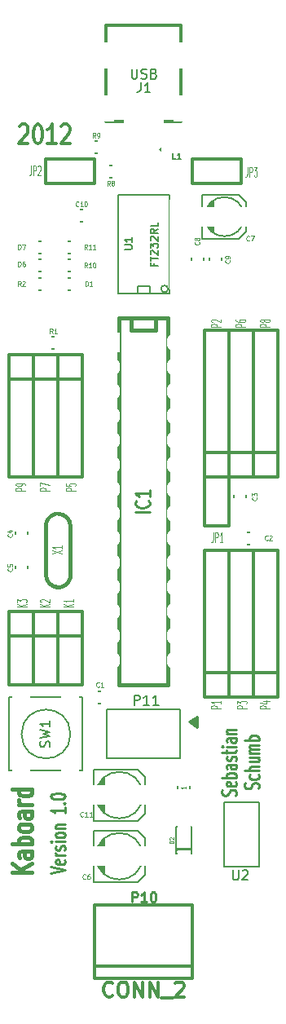
<source format=gto>
G04 (created by PCBNEW (2012-12-10 BZR 3844)-stable) date Tue 18 Dec 2012 09:21:11 AM CET*
%MOIN*%
G04 Gerber Fmt 3.4, Leading zero omitted, Abs format*
%FSLAX34Y34*%
G01*
G70*
G90*
G04 APERTURE LIST*
%ADD10C,0.006*%
%ADD11C,0.012*%
%ADD12C,0.0099*%
%ADD13C,0.015*%
%ADD14C,0.005*%
%ADD15C,0.008*%
%ADD16C,0.0049*%
%ADD17C,0.0079*%
%ADD18C,0.0045*%
%ADD19C,0.0113*%
%ADD20C,0.0039*%
%ADD21C,0.0077*%
%ADD22C,0.0078*%
%ADD23C,0.0047*%
%ADD24C,0.01*%
%ADD25C,0.076*%
%ADD26R,0.0909X0.0712*%
%ADD27R,0.0909X0.1696*%
%ADD28R,0.075X0.075*%
%ADD29C,0.075*%
%ADD30R,0.07X0.036*%
%ADD31R,0.055X0.075*%
%ADD32R,0.045X0.065*%
%ADD33R,0.065X0.045*%
%ADD34O,0.11X0.082*%
%ADD35R,0.11X0.082*%
%ADD36R,0.12X0.12*%
%ADD37C,0.12*%
%ADD38R,0.0535X0.0535*%
%ADD39C,0.2562*%
%ADD40R,0.1065X0.1065*%
%ADD41R,0.0396X0.1065*%
%ADD42C,0.0554*%
%ADD43R,0.08X0.08*%
%ADD44C,0.08*%
%ADD45R,0.1381X0.083*%
%ADD46R,0.1224X0.083*%
G04 APERTURE END LIST*
G54D10*
G54D11*
X922Y-4150D02*
X951Y-4112D01*
X1008Y-4074D01*
X1151Y-4074D01*
X1208Y-4112D01*
X1237Y-4150D01*
X1265Y-4226D01*
X1265Y-4302D01*
X1237Y-4417D01*
X894Y-4874D01*
X1265Y-4874D01*
X1636Y-4074D02*
X1693Y-4074D01*
X1750Y-4112D01*
X1779Y-4150D01*
X1808Y-4226D01*
X1836Y-4379D01*
X1836Y-4569D01*
X1808Y-4721D01*
X1779Y-4798D01*
X1750Y-4836D01*
X1693Y-4874D01*
X1636Y-4874D01*
X1579Y-4836D01*
X1550Y-4798D01*
X1522Y-4721D01*
X1493Y-4569D01*
X1493Y-4379D01*
X1522Y-4226D01*
X1550Y-4150D01*
X1579Y-4112D01*
X1636Y-4074D01*
X2407Y-4874D02*
X2064Y-4874D01*
X2236Y-4874D02*
X2236Y-4074D01*
X2179Y-4188D01*
X2121Y-4264D01*
X2064Y-4302D01*
X2635Y-4150D02*
X2664Y-4112D01*
X2721Y-4074D01*
X2864Y-4074D01*
X2921Y-4112D01*
X2950Y-4150D01*
X2978Y-4226D01*
X2978Y-4302D01*
X2950Y-4417D01*
X2607Y-4874D01*
X2978Y-4874D01*
G54D12*
X9761Y-31509D02*
X9789Y-31453D01*
X9789Y-31359D01*
X9761Y-31321D01*
X9732Y-31303D01*
X9676Y-31284D01*
X9620Y-31284D01*
X9564Y-31303D01*
X9535Y-31321D01*
X9507Y-31359D01*
X9479Y-31434D01*
X9451Y-31471D01*
X9423Y-31490D01*
X9367Y-31509D01*
X9310Y-31509D01*
X9254Y-31490D01*
X9226Y-31471D01*
X9198Y-31434D01*
X9198Y-31340D01*
X9226Y-31284D01*
X9761Y-30965D02*
X9789Y-31003D01*
X9789Y-31078D01*
X9761Y-31115D01*
X9704Y-31134D01*
X9479Y-31134D01*
X9423Y-31115D01*
X9395Y-31078D01*
X9395Y-31003D01*
X9423Y-30965D01*
X9479Y-30946D01*
X9535Y-30946D01*
X9592Y-31134D01*
X9789Y-30777D02*
X9198Y-30777D01*
X9423Y-30777D02*
X9395Y-30740D01*
X9395Y-30665D01*
X9423Y-30627D01*
X9451Y-30608D01*
X9507Y-30590D01*
X9676Y-30590D01*
X9732Y-30608D01*
X9761Y-30627D01*
X9789Y-30665D01*
X9789Y-30740D01*
X9761Y-30777D01*
X9789Y-30252D02*
X9479Y-30252D01*
X9423Y-30271D01*
X9395Y-30309D01*
X9395Y-30384D01*
X9423Y-30421D01*
X9761Y-30252D02*
X9789Y-30290D01*
X9789Y-30384D01*
X9761Y-30421D01*
X9704Y-30440D01*
X9648Y-30440D01*
X9592Y-30421D01*
X9564Y-30384D01*
X9564Y-30290D01*
X9535Y-30252D01*
X9761Y-30084D02*
X9789Y-30046D01*
X9789Y-29971D01*
X9761Y-29934D01*
X9704Y-29915D01*
X9676Y-29915D01*
X9620Y-29934D01*
X9592Y-29971D01*
X9592Y-30028D01*
X9564Y-30065D01*
X9507Y-30084D01*
X9479Y-30084D01*
X9423Y-30065D01*
X9395Y-30028D01*
X9395Y-29971D01*
X9423Y-29934D01*
X9395Y-29802D02*
X9395Y-29652D01*
X9198Y-29746D02*
X9704Y-29746D01*
X9761Y-29727D01*
X9789Y-29690D01*
X9789Y-29652D01*
X9789Y-29521D02*
X9395Y-29521D01*
X9198Y-29521D02*
X9226Y-29540D01*
X9254Y-29521D01*
X9226Y-29502D01*
X9198Y-29521D01*
X9254Y-29521D01*
X9789Y-29164D02*
X9479Y-29164D01*
X9423Y-29183D01*
X9395Y-29221D01*
X9395Y-29296D01*
X9423Y-29333D01*
X9761Y-29164D02*
X9789Y-29202D01*
X9789Y-29296D01*
X9761Y-29333D01*
X9704Y-29352D01*
X9648Y-29352D01*
X9592Y-29333D01*
X9564Y-29296D01*
X9564Y-29202D01*
X9535Y-29164D01*
X9395Y-28977D02*
X9789Y-28977D01*
X9451Y-28977D02*
X9423Y-28958D01*
X9395Y-28921D01*
X9395Y-28865D01*
X9423Y-28827D01*
X9479Y-28808D01*
X9789Y-28808D01*
X10687Y-31228D02*
X10715Y-31172D01*
X10715Y-31078D01*
X10687Y-31040D01*
X10658Y-31022D01*
X10602Y-31003D01*
X10546Y-31003D01*
X10490Y-31022D01*
X10461Y-31040D01*
X10433Y-31078D01*
X10405Y-31153D01*
X10377Y-31190D01*
X10349Y-31209D01*
X10293Y-31228D01*
X10236Y-31228D01*
X10180Y-31209D01*
X10152Y-31190D01*
X10124Y-31153D01*
X10124Y-31059D01*
X10152Y-31003D01*
X10687Y-30665D02*
X10715Y-30703D01*
X10715Y-30778D01*
X10687Y-30815D01*
X10658Y-30834D01*
X10602Y-30853D01*
X10433Y-30853D01*
X10377Y-30834D01*
X10349Y-30815D01*
X10321Y-30778D01*
X10321Y-30703D01*
X10349Y-30665D01*
X10715Y-30496D02*
X10124Y-30496D01*
X10715Y-30327D02*
X10405Y-30327D01*
X10349Y-30346D01*
X10321Y-30384D01*
X10321Y-30440D01*
X10349Y-30477D01*
X10377Y-30496D01*
X10321Y-29971D02*
X10715Y-29971D01*
X10321Y-30140D02*
X10630Y-30140D01*
X10687Y-30121D01*
X10715Y-30084D01*
X10715Y-30028D01*
X10687Y-29990D01*
X10658Y-29971D01*
X10715Y-29784D02*
X10321Y-29784D01*
X10377Y-29784D02*
X10349Y-29765D01*
X10321Y-29728D01*
X10321Y-29672D01*
X10349Y-29634D01*
X10405Y-29615D01*
X10715Y-29615D01*
X10405Y-29615D02*
X10349Y-29597D01*
X10321Y-29559D01*
X10321Y-29503D01*
X10349Y-29465D01*
X10405Y-29446D01*
X10715Y-29446D01*
X10715Y-29259D02*
X10124Y-29259D01*
X10349Y-29259D02*
X10321Y-29222D01*
X10321Y-29147D01*
X10349Y-29109D01*
X10377Y-29090D01*
X10433Y-29072D01*
X10602Y-29072D01*
X10658Y-29090D01*
X10687Y-29109D01*
X10715Y-29147D01*
X10715Y-29222D01*
X10687Y-29259D01*
X2198Y-34700D02*
X2789Y-34569D01*
X2198Y-34438D01*
X2761Y-34156D02*
X2789Y-34194D01*
X2789Y-34269D01*
X2761Y-34306D01*
X2704Y-34325D01*
X2479Y-34325D01*
X2423Y-34306D01*
X2395Y-34269D01*
X2395Y-34194D01*
X2423Y-34156D01*
X2479Y-34137D01*
X2535Y-34137D01*
X2592Y-34325D01*
X2789Y-33968D02*
X2395Y-33968D01*
X2507Y-33968D02*
X2451Y-33949D01*
X2423Y-33931D01*
X2395Y-33893D01*
X2395Y-33856D01*
X2761Y-33743D02*
X2789Y-33705D01*
X2789Y-33630D01*
X2761Y-33593D01*
X2704Y-33574D01*
X2676Y-33574D01*
X2620Y-33593D01*
X2592Y-33630D01*
X2592Y-33687D01*
X2564Y-33724D01*
X2507Y-33743D01*
X2479Y-33743D01*
X2423Y-33724D01*
X2395Y-33687D01*
X2395Y-33630D01*
X2423Y-33593D01*
X2789Y-33405D02*
X2395Y-33405D01*
X2198Y-33405D02*
X2226Y-33424D01*
X2254Y-33405D01*
X2226Y-33386D01*
X2198Y-33405D01*
X2254Y-33405D01*
X2789Y-33161D02*
X2761Y-33198D01*
X2732Y-33217D01*
X2676Y-33236D01*
X2507Y-33236D01*
X2451Y-33217D01*
X2423Y-33198D01*
X2395Y-33161D01*
X2395Y-33105D01*
X2423Y-33067D01*
X2451Y-33048D01*
X2507Y-33030D01*
X2676Y-33030D01*
X2732Y-33048D01*
X2761Y-33067D01*
X2789Y-33105D01*
X2789Y-33161D01*
X2395Y-32861D02*
X2789Y-32861D01*
X2451Y-32861D02*
X2423Y-32842D01*
X2395Y-32805D01*
X2395Y-32749D01*
X2423Y-32711D01*
X2479Y-32692D01*
X2789Y-32692D01*
X2789Y-31999D02*
X2789Y-32224D01*
X2789Y-32111D02*
X2198Y-32111D01*
X2282Y-32149D01*
X2338Y-32186D01*
X2367Y-32224D01*
X2732Y-31830D02*
X2761Y-31811D01*
X2789Y-31830D01*
X2761Y-31849D01*
X2732Y-31830D01*
X2789Y-31830D01*
X2198Y-31567D02*
X2198Y-31530D01*
X2226Y-31492D01*
X2254Y-31473D01*
X2310Y-31455D01*
X2423Y-31436D01*
X2564Y-31436D01*
X2676Y-31455D01*
X2732Y-31473D01*
X2761Y-31492D01*
X2789Y-31530D01*
X2789Y-31567D01*
X2761Y-31605D01*
X2732Y-31623D01*
X2676Y-31642D01*
X2564Y-31661D01*
X2423Y-31661D01*
X2310Y-31642D01*
X2254Y-31623D01*
X2226Y-31605D01*
X2198Y-31567D01*
G54D13*
X1424Y-34650D02*
X624Y-34650D01*
X1424Y-34307D02*
X967Y-34564D01*
X624Y-34307D02*
X1081Y-34650D01*
X1424Y-33793D02*
X1005Y-33793D01*
X929Y-33822D01*
X890Y-33879D01*
X890Y-33993D01*
X929Y-34050D01*
X1386Y-33793D02*
X1424Y-33850D01*
X1424Y-33993D01*
X1386Y-34050D01*
X1310Y-34079D01*
X1233Y-34079D01*
X1157Y-34050D01*
X1119Y-33993D01*
X1119Y-33850D01*
X1081Y-33793D01*
X1424Y-33507D02*
X624Y-33507D01*
X929Y-33507D02*
X890Y-33450D01*
X890Y-33336D01*
X929Y-33279D01*
X967Y-33250D01*
X1043Y-33221D01*
X1271Y-33221D01*
X1348Y-33250D01*
X1386Y-33279D01*
X1424Y-33336D01*
X1424Y-33450D01*
X1386Y-33507D01*
X1424Y-32878D02*
X1386Y-32936D01*
X1348Y-32964D01*
X1271Y-32993D01*
X1043Y-32993D01*
X967Y-32964D01*
X929Y-32936D01*
X890Y-32878D01*
X890Y-32793D01*
X929Y-32736D01*
X967Y-32707D01*
X1043Y-32678D01*
X1271Y-32678D01*
X1348Y-32707D01*
X1386Y-32736D01*
X1424Y-32793D01*
X1424Y-32878D01*
X1424Y-32164D02*
X1005Y-32164D01*
X929Y-32193D01*
X890Y-32250D01*
X890Y-32364D01*
X929Y-32421D01*
X1386Y-32164D02*
X1424Y-32221D01*
X1424Y-32364D01*
X1386Y-32421D01*
X1310Y-32450D01*
X1233Y-32450D01*
X1157Y-32421D01*
X1119Y-32364D01*
X1119Y-32221D01*
X1081Y-32164D01*
X1424Y-31878D02*
X890Y-31878D01*
X1043Y-31878D02*
X967Y-31850D01*
X929Y-31821D01*
X890Y-31764D01*
X890Y-31707D01*
X1424Y-31250D02*
X624Y-31250D01*
X1386Y-31250D02*
X1424Y-31307D01*
X1424Y-31421D01*
X1386Y-31479D01*
X1348Y-31507D01*
X1271Y-31536D01*
X1043Y-31536D01*
X967Y-31507D01*
X929Y-31479D01*
X890Y-31421D01*
X890Y-31307D01*
X929Y-31250D01*
X2000Y-22500D02*
X2000Y-20600D01*
X3000Y-20500D02*
X3000Y-22600D01*
X2400Y-20001D02*
G75*
G03X2001Y-20600I100J-499D01*
G74*
G01*
X3000Y-20500D02*
G75*
G03X2500Y-20000I-500J0D01*
G74*
G01*
X2400Y-22999D02*
G75*
G03X2999Y-22600I100J499D01*
G74*
G01*
X2000Y-22500D02*
G75*
G03X2500Y-23000I500J0D01*
G74*
G01*
G54D14*
X11435Y-32490D02*
X11435Y-33710D01*
X11435Y-33710D02*
X10730Y-33710D01*
X11435Y-32490D02*
X10730Y-32490D01*
X8565Y-33845D02*
X8565Y-34165D01*
X8565Y-34165D02*
X9270Y-34165D01*
X8565Y-33845D02*
X9270Y-33845D01*
X8565Y-32940D02*
X9270Y-32940D01*
X8565Y-33260D02*
X9270Y-33260D01*
X8565Y-32940D02*
X8565Y-33260D01*
X8565Y-32035D02*
X8565Y-32355D01*
X8565Y-32355D02*
X9270Y-32355D01*
X8565Y-32035D02*
X9270Y-32035D01*
X9270Y-34420D02*
X9270Y-31780D01*
X9270Y-31780D02*
X10730Y-31780D01*
X10730Y-31780D02*
X10730Y-34420D01*
X10730Y-34420D02*
X9270Y-34420D01*
G54D11*
X4000Y-5500D02*
X4000Y-6500D01*
X4000Y-6500D02*
X2000Y-6500D01*
X2000Y-6500D02*
X2000Y-5500D01*
X2000Y-5500D02*
X4000Y-5500D01*
G54D14*
X3000Y-29000D02*
G75*
G03X3000Y-29000I-1000J0D01*
G74*
G01*
X500Y-30500D02*
X500Y-27500D01*
X500Y-27500D02*
X3500Y-27500D01*
X3500Y-27500D02*
X3500Y-30500D01*
X500Y-30500D02*
X3500Y-30500D01*
X6991Y-10800D02*
G75*
G03X6991Y-10800I-141J0D01*
G74*
G01*
X5750Y-11000D02*
X5750Y-10700D01*
X5750Y-10700D02*
X6250Y-10700D01*
X6250Y-10700D02*
X6250Y-11000D01*
X7050Y-6950D02*
X7050Y-11000D01*
X4950Y-11000D02*
X4950Y-6950D01*
X4950Y-11000D02*
X7050Y-11000D01*
X4950Y-6950D02*
X7050Y-6950D01*
X6750Y-5100D02*
G75*
G03X6750Y-5100I-50J0D01*
G74*
G01*
X7150Y-5100D02*
X6750Y-5100D01*
X6750Y-5100D02*
X6750Y-4500D01*
X6750Y-4500D02*
X7150Y-4500D01*
X7550Y-4500D02*
X7950Y-4500D01*
X7950Y-4500D02*
X7950Y-5100D01*
X7950Y-5100D02*
X7550Y-5100D01*
X2500Y-9600D02*
X3400Y-9600D01*
X3400Y-9600D02*
X3400Y-10100D01*
X3400Y-10100D02*
X2500Y-10100D01*
X2500Y-10100D02*
X2500Y-9600D01*
X1850Y-12750D02*
X2750Y-12750D01*
X2750Y-12750D02*
X2750Y-13250D01*
X2750Y-13250D02*
X1850Y-13250D01*
X1850Y-13250D02*
X1850Y-12750D01*
X3750Y-27250D02*
X4650Y-27250D01*
X4650Y-27250D02*
X4650Y-27750D01*
X4650Y-27750D02*
X3750Y-27750D01*
X3750Y-27750D02*
X3750Y-27250D01*
X5100Y-6250D02*
X4200Y-6250D01*
X4200Y-6250D02*
X4200Y-5750D01*
X4200Y-5750D02*
X5100Y-5750D01*
X5100Y-5750D02*
X5100Y-6250D01*
X4500Y-5250D02*
X3600Y-5250D01*
X3600Y-5250D02*
X3600Y-4750D01*
X3600Y-4750D02*
X4500Y-4750D01*
X4500Y-4750D02*
X4500Y-5250D01*
X2500Y-8850D02*
X3400Y-8850D01*
X3400Y-8850D02*
X3400Y-9350D01*
X3400Y-9350D02*
X2500Y-9350D01*
X2500Y-9350D02*
X2500Y-8850D01*
X1300Y-8850D02*
X2200Y-8850D01*
X2200Y-8850D02*
X2200Y-9350D01*
X2200Y-9350D02*
X1300Y-9350D01*
X1300Y-9350D02*
X1300Y-8850D01*
X9850Y-20750D02*
X10750Y-20750D01*
X10750Y-20750D02*
X10750Y-21250D01*
X10750Y-21250D02*
X9850Y-21250D01*
X9850Y-21250D02*
X9850Y-20750D01*
X10200Y-18850D02*
X10200Y-19750D01*
X10200Y-19750D02*
X9700Y-19750D01*
X9700Y-19750D02*
X9700Y-18850D01*
X9700Y-18850D02*
X10200Y-18850D01*
X750Y-21250D02*
X750Y-20350D01*
X750Y-20350D02*
X1250Y-20350D01*
X1250Y-20350D02*
X1250Y-21250D01*
X1250Y-21250D02*
X750Y-21250D01*
X1250Y-21750D02*
X1250Y-22650D01*
X1250Y-22650D02*
X750Y-22650D01*
X750Y-22650D02*
X750Y-21750D01*
X750Y-21750D02*
X1250Y-21750D01*
X7950Y-10050D02*
X7950Y-9150D01*
X7950Y-9150D02*
X8450Y-9150D01*
X8450Y-9150D02*
X8450Y-10050D01*
X8450Y-10050D02*
X7950Y-10050D01*
X8700Y-10050D02*
X8700Y-9150D01*
X8700Y-9150D02*
X9200Y-9150D01*
X9200Y-9150D02*
X9200Y-10050D01*
X9200Y-10050D02*
X8700Y-10050D01*
X3900Y-8050D02*
X3000Y-8050D01*
X3000Y-8050D02*
X3000Y-7550D01*
X3000Y-7550D02*
X3900Y-7550D01*
X3900Y-7550D02*
X3900Y-8050D01*
X1300Y-9600D02*
X2200Y-9600D01*
X2200Y-9600D02*
X2200Y-10100D01*
X2200Y-10100D02*
X1300Y-10100D01*
X1300Y-10100D02*
X1300Y-9600D01*
G54D11*
X9500Y-27500D02*
X8500Y-27500D01*
X8500Y-27500D02*
X8500Y-21500D01*
X8500Y-21500D02*
X9500Y-21500D01*
X9500Y-21500D02*
X9500Y-27500D01*
X9500Y-26500D02*
X8500Y-26500D01*
X9500Y-18500D02*
X8500Y-18500D01*
X8500Y-18500D02*
X8500Y-12500D01*
X8500Y-12500D02*
X9500Y-12500D01*
X9500Y-12500D02*
X9500Y-18500D01*
X9500Y-17500D02*
X8500Y-17500D01*
X10500Y-27500D02*
X9500Y-27500D01*
X9500Y-27500D02*
X9500Y-21500D01*
X9500Y-21500D02*
X10500Y-21500D01*
X10500Y-21500D02*
X10500Y-27500D01*
X10500Y-26500D02*
X9500Y-26500D01*
X11500Y-27500D02*
X10500Y-27500D01*
X10500Y-27500D02*
X10500Y-21500D01*
X10500Y-21500D02*
X11500Y-21500D01*
X11500Y-21500D02*
X11500Y-27500D01*
X11500Y-26500D02*
X10500Y-26500D01*
X10500Y-18500D02*
X9500Y-18500D01*
X9500Y-18500D02*
X9500Y-12500D01*
X9500Y-12500D02*
X10500Y-12500D01*
X10500Y-12500D02*
X10500Y-18500D01*
X10500Y-17500D02*
X9500Y-17500D01*
X11500Y-18500D02*
X10500Y-18500D01*
X10500Y-18500D02*
X10500Y-12500D01*
X10500Y-12500D02*
X11500Y-12500D01*
X11500Y-12500D02*
X11500Y-18500D01*
X11500Y-17500D02*
X10500Y-17500D01*
X2500Y-13500D02*
X3500Y-13500D01*
X3500Y-13500D02*
X3500Y-18500D01*
X3500Y-18500D02*
X2500Y-18500D01*
X2500Y-18500D02*
X2500Y-13500D01*
X2500Y-14500D02*
X3500Y-14500D01*
X1500Y-13500D02*
X2500Y-13500D01*
X2500Y-13500D02*
X2500Y-18500D01*
X2500Y-18500D02*
X1500Y-18500D01*
X1500Y-18500D02*
X1500Y-13500D01*
X1500Y-14500D02*
X2500Y-14500D01*
X500Y-13500D02*
X1500Y-13500D01*
X1500Y-13500D02*
X1500Y-18500D01*
X1500Y-18500D02*
X500Y-18500D01*
X500Y-18500D02*
X500Y-13500D01*
X500Y-14500D02*
X1500Y-14500D01*
X500Y-24000D02*
X1500Y-24000D01*
X1500Y-24000D02*
X1500Y-27000D01*
X1500Y-27000D02*
X500Y-27000D01*
X500Y-27000D02*
X500Y-24000D01*
X1500Y-25000D02*
X500Y-25000D01*
X1500Y-24000D02*
X2500Y-24000D01*
X2500Y-24000D02*
X2500Y-27000D01*
X2500Y-27000D02*
X1500Y-27000D01*
X1500Y-27000D02*
X1500Y-24000D01*
X2500Y-25000D02*
X1500Y-25000D01*
X2500Y-24000D02*
X3500Y-24000D01*
X3500Y-24000D02*
X3500Y-27000D01*
X3500Y-27000D02*
X2500Y-27000D01*
X2500Y-27000D02*
X2500Y-24000D01*
X3500Y-25000D02*
X2500Y-25000D01*
X8000Y-6500D02*
X8000Y-5500D01*
X8000Y-5500D02*
X10000Y-5500D01*
X10000Y-5500D02*
X10000Y-6500D01*
X10000Y-6500D02*
X8000Y-6500D01*
X8500Y-18500D02*
X9500Y-18500D01*
X9500Y-18500D02*
X9500Y-20500D01*
X9500Y-20500D02*
X8500Y-20500D01*
X8500Y-20500D02*
X8500Y-18500D01*
G54D13*
X7000Y-12000D02*
X7000Y-27000D01*
X7000Y-27000D02*
X5000Y-27000D01*
X5000Y-27000D02*
X5000Y-12000D01*
X5000Y-12000D02*
X7000Y-12000D01*
X6500Y-12000D02*
X6500Y-12500D01*
X6500Y-12500D02*
X5500Y-12500D01*
X5500Y-12500D02*
X5500Y-12000D01*
G54D14*
X7400Y-31650D02*
X7400Y-30750D01*
X7400Y-30750D02*
X7900Y-30750D01*
X7900Y-30750D02*
X7900Y-31650D01*
X7900Y-31650D02*
X7400Y-31650D01*
X1300Y-10350D02*
X2200Y-10350D01*
X2200Y-10350D02*
X2200Y-10850D01*
X2200Y-10850D02*
X1300Y-10850D01*
X1300Y-10850D02*
X1300Y-10350D01*
X2500Y-10350D02*
X3400Y-10350D01*
X3400Y-10350D02*
X3400Y-10850D01*
X3400Y-10850D02*
X2500Y-10850D01*
X2500Y-10850D02*
X2500Y-10350D01*
G54D11*
X8000Y-38500D02*
X4000Y-38500D01*
X8000Y-39000D02*
X8000Y-36000D01*
X8000Y-36000D02*
X4000Y-36000D01*
X4000Y-36000D02*
X4000Y-39000D01*
X4000Y-39000D02*
X8000Y-39000D01*
G54D14*
X7335Y-33704D02*
X7965Y-33704D01*
X7965Y-33744D02*
X7335Y-33744D01*
X7965Y-32799D02*
X7965Y-33901D01*
X7965Y-33901D02*
X7335Y-33901D01*
X7335Y-33901D02*
X7335Y-32799D01*
X7335Y-32799D02*
X7965Y-32799D01*
G54D13*
X2900Y-2000D02*
G75*
G03X2900Y-2000I-900J0D01*
G74*
G01*
X10900Y-2000D02*
G75*
G03X10900Y-2000I-900J0D01*
G74*
G01*
X2900Y-37000D02*
G75*
G03X2900Y-37000I-900J0D01*
G74*
G01*
X10900Y-37000D02*
G75*
G03X10900Y-37000I-900J0D01*
G74*
G01*
G54D11*
X7535Y-3734D02*
X7969Y-3734D01*
X7969Y-3734D02*
X7969Y-3143D01*
X7969Y-3143D02*
X7535Y-3143D01*
X4031Y-3142D02*
X4465Y-3142D01*
X4031Y-3733D02*
X4031Y-3142D01*
X4465Y-3733D02*
X4031Y-3733D01*
X4465Y-1567D02*
X4031Y-1567D01*
X4031Y-1567D02*
X4031Y-976D01*
X4031Y-976D02*
X4465Y-976D01*
X7535Y-1567D02*
X7969Y-1567D01*
X7969Y-1567D02*
X7969Y-976D01*
X7969Y-976D02*
X7535Y-976D01*
X7535Y-31D02*
X4465Y-31D01*
X4465Y-31D02*
X4465Y-3969D01*
X4465Y-3969D02*
X7535Y-3969D01*
X7535Y-3969D02*
X7535Y-31D01*
G54D15*
X4500Y-28000D02*
X7500Y-28000D01*
X7500Y-30000D02*
X4500Y-30000D01*
X4500Y-30000D02*
X4500Y-28000D01*
X7500Y-28000D02*
X7500Y-30000D01*
G54D14*
X4100Y-33750D02*
X4100Y-34300D01*
X4150Y-33650D02*
X4150Y-34350D01*
X4200Y-33500D02*
X4200Y-34500D01*
X4250Y-34550D02*
X4250Y-33450D01*
X4300Y-33400D02*
X4300Y-34600D01*
X4350Y-34650D02*
X4350Y-33350D01*
X4400Y-33300D02*
X4400Y-34700D01*
X5950Y-34000D02*
G75*
G03X5950Y-34000I-950J0D01*
G74*
G01*
X3950Y-32950D02*
X5750Y-32950D01*
X5750Y-32950D02*
X6050Y-33250D01*
X6050Y-33250D02*
X6050Y-34750D01*
X6050Y-34750D02*
X5750Y-35050D01*
X5750Y-35050D02*
X3950Y-35050D01*
X3950Y-35050D02*
X3950Y-32950D01*
X5850Y-34000D02*
X5550Y-34000D01*
X5700Y-33850D02*
X5700Y-34150D01*
X4100Y-31250D02*
X4100Y-31800D01*
X4150Y-31150D02*
X4150Y-31850D01*
X4200Y-31000D02*
X4200Y-32000D01*
X4250Y-32050D02*
X4250Y-30950D01*
X4300Y-30900D02*
X4300Y-32100D01*
X4350Y-32150D02*
X4350Y-30850D01*
X4400Y-30800D02*
X4400Y-32200D01*
X5950Y-31500D02*
G75*
G03X5950Y-31500I-950J0D01*
G74*
G01*
X3950Y-30450D02*
X5750Y-30450D01*
X5750Y-30450D02*
X6050Y-30750D01*
X6050Y-30750D02*
X6050Y-32250D01*
X6050Y-32250D02*
X5750Y-32550D01*
X5750Y-32550D02*
X3950Y-32550D01*
X3950Y-32550D02*
X3950Y-30450D01*
X5850Y-31500D02*
X5550Y-31500D01*
X5700Y-31350D02*
X5700Y-31650D01*
X9950Y-7850D02*
X9650Y-7850D01*
X9800Y-7700D02*
X9800Y-8000D01*
X9900Y-8750D02*
X8400Y-8750D01*
X10200Y-7250D02*
X10200Y-8450D01*
X9900Y-8750D02*
X10200Y-8450D01*
X9900Y-6950D02*
X8400Y-6950D01*
X9900Y-6950D02*
X10200Y-7250D01*
X8500Y-7900D02*
X8500Y-7800D01*
X8550Y-7600D02*
X8550Y-8100D01*
X8600Y-8200D02*
X8600Y-7500D01*
X8650Y-8300D02*
X8650Y-7400D01*
X8700Y-7350D02*
X8700Y-8350D01*
X8750Y-8400D02*
X8750Y-7300D01*
X8800Y-7250D02*
X8800Y-8450D01*
X8850Y-7200D02*
X8850Y-8500D01*
X10100Y-7850D02*
G75*
G03X10100Y-7850I-800J0D01*
G74*
G01*
X8400Y-6950D02*
X8400Y-8750D01*
G54D16*
X2265Y-21610D02*
X2659Y-21479D01*
X2265Y-21479D02*
X2659Y-21610D01*
X2659Y-21300D02*
X2659Y-21412D01*
X2659Y-21356D02*
X2265Y-21356D01*
X2322Y-21375D01*
X2359Y-21394D01*
X2378Y-21412D01*
G54D17*
X9650Y-34565D02*
X9650Y-34884D01*
X9669Y-34922D01*
X9687Y-34941D01*
X9725Y-34959D01*
X9800Y-34959D01*
X9837Y-34941D01*
X9856Y-34922D01*
X9875Y-34884D01*
X9875Y-34565D01*
X10044Y-34603D02*
X10063Y-34584D01*
X10100Y-34565D01*
X10194Y-34565D01*
X10232Y-34584D01*
X10250Y-34603D01*
X10269Y-34641D01*
X10269Y-34678D01*
X10250Y-34734D01*
X10025Y-34959D01*
X10269Y-34959D01*
G54D16*
X1386Y-5765D02*
X1386Y-6047D01*
X1377Y-6103D01*
X1358Y-6141D01*
X1330Y-6159D01*
X1311Y-6159D01*
X1480Y-6159D02*
X1480Y-5765D01*
X1555Y-5765D01*
X1574Y-5784D01*
X1583Y-5803D01*
X1592Y-5841D01*
X1592Y-5897D01*
X1583Y-5934D01*
X1574Y-5953D01*
X1555Y-5972D01*
X1480Y-5972D01*
X1668Y-5803D02*
X1677Y-5784D01*
X1696Y-5765D01*
X1743Y-5765D01*
X1761Y-5784D01*
X1771Y-5803D01*
X1780Y-5841D01*
X1780Y-5878D01*
X1771Y-5934D01*
X1658Y-6159D01*
X1780Y-6159D01*
G54D15*
X2143Y-29533D02*
X2162Y-29476D01*
X2162Y-29380D01*
X2143Y-29342D01*
X2124Y-29323D01*
X2086Y-29304D01*
X2048Y-29304D01*
X2010Y-29323D01*
X1990Y-29342D01*
X1971Y-29380D01*
X1952Y-29457D01*
X1933Y-29495D01*
X1914Y-29514D01*
X1876Y-29533D01*
X1838Y-29533D01*
X1800Y-29514D01*
X1781Y-29495D01*
X1762Y-29457D01*
X1762Y-29361D01*
X1781Y-29304D01*
X1762Y-29171D02*
X2162Y-29076D01*
X1876Y-28999D01*
X2162Y-28923D01*
X1762Y-28828D01*
X2162Y-28466D02*
X2162Y-28695D01*
X2162Y-28581D02*
X1762Y-28581D01*
X1819Y-28619D01*
X1857Y-28657D01*
X1876Y-28695D01*
G54D14*
X5221Y-9179D02*
X5464Y-9179D01*
X5493Y-9164D01*
X5507Y-9150D01*
X5521Y-9121D01*
X5521Y-9064D01*
X5507Y-9036D01*
X5493Y-9021D01*
X5464Y-9007D01*
X5221Y-9007D01*
X5521Y-8707D02*
X5521Y-8879D01*
X5521Y-8793D02*
X5221Y-8793D01*
X5264Y-8822D01*
X5293Y-8850D01*
X5307Y-8879D01*
X6414Y-9772D02*
X6414Y-9872D01*
X6571Y-9872D02*
X6271Y-9872D01*
X6271Y-9729D01*
X6271Y-9657D02*
X6271Y-9486D01*
X6571Y-9572D02*
X6271Y-9572D01*
X6300Y-9400D02*
X6286Y-9386D01*
X6271Y-9357D01*
X6271Y-9286D01*
X6286Y-9257D01*
X6300Y-9243D01*
X6329Y-9228D01*
X6357Y-9228D01*
X6400Y-9243D01*
X6571Y-9414D01*
X6571Y-9228D01*
X6271Y-9128D02*
X6271Y-8942D01*
X6386Y-9042D01*
X6386Y-9000D01*
X6400Y-8971D01*
X6414Y-8957D01*
X6443Y-8942D01*
X6514Y-8942D01*
X6543Y-8957D01*
X6557Y-8971D01*
X6571Y-9000D01*
X6571Y-9085D01*
X6557Y-9114D01*
X6543Y-9128D01*
X6300Y-8828D02*
X6286Y-8814D01*
X6271Y-8785D01*
X6271Y-8714D01*
X6286Y-8685D01*
X6300Y-8671D01*
X6329Y-8656D01*
X6357Y-8656D01*
X6400Y-8671D01*
X6571Y-8842D01*
X6571Y-8656D01*
X6571Y-8356D02*
X6429Y-8456D01*
X6571Y-8528D02*
X6271Y-8528D01*
X6271Y-8413D01*
X6286Y-8385D01*
X6300Y-8370D01*
X6329Y-8356D01*
X6371Y-8356D01*
X6400Y-8370D01*
X6414Y-8385D01*
X6429Y-8413D01*
X6429Y-8528D01*
X6571Y-8085D02*
X6571Y-8228D01*
X6271Y-8228D01*
X7309Y-5501D02*
X7190Y-5501D01*
X7190Y-5251D01*
X7522Y-5501D02*
X7380Y-5501D01*
X7451Y-5501D02*
X7451Y-5251D01*
X7427Y-5287D01*
X7403Y-5311D01*
X7380Y-5323D01*
G54D18*
X3685Y-9931D02*
X3625Y-9836D01*
X3582Y-9931D02*
X3582Y-9731D01*
X3650Y-9731D01*
X3668Y-9740D01*
X3676Y-9750D01*
X3685Y-9769D01*
X3685Y-9798D01*
X3676Y-9817D01*
X3668Y-9826D01*
X3650Y-9836D01*
X3582Y-9836D01*
X3856Y-9931D02*
X3753Y-9931D01*
X3805Y-9931D02*
X3805Y-9731D01*
X3788Y-9760D01*
X3770Y-9779D01*
X3753Y-9788D01*
X3967Y-9731D02*
X3984Y-9731D01*
X4001Y-9740D01*
X4010Y-9750D01*
X4019Y-9769D01*
X4027Y-9807D01*
X4027Y-9855D01*
X4019Y-9893D01*
X4010Y-9912D01*
X4001Y-9921D01*
X3984Y-9931D01*
X3967Y-9931D01*
X3950Y-9921D01*
X3941Y-9912D01*
X3933Y-9893D01*
X3924Y-9855D01*
X3924Y-9807D01*
X3933Y-9769D01*
X3941Y-9750D01*
X3950Y-9740D01*
X3967Y-9731D01*
X2271Y-12631D02*
X2211Y-12536D01*
X2168Y-12631D02*
X2168Y-12431D01*
X2236Y-12431D01*
X2254Y-12440D01*
X2262Y-12450D01*
X2271Y-12469D01*
X2271Y-12498D01*
X2262Y-12517D01*
X2254Y-12526D01*
X2236Y-12536D01*
X2168Y-12536D01*
X2442Y-12631D02*
X2339Y-12631D01*
X2391Y-12631D02*
X2391Y-12431D01*
X2374Y-12460D01*
X2356Y-12479D01*
X2339Y-12488D01*
X4171Y-27062D02*
X4162Y-27071D01*
X4136Y-27081D01*
X4119Y-27081D01*
X4094Y-27071D01*
X4076Y-27052D01*
X4068Y-27033D01*
X4059Y-26995D01*
X4059Y-26967D01*
X4068Y-26929D01*
X4076Y-26910D01*
X4094Y-26890D01*
X4119Y-26881D01*
X4136Y-26881D01*
X4162Y-26890D01*
X4171Y-26900D01*
X4342Y-27081D02*
X4239Y-27081D01*
X4291Y-27081D02*
X4291Y-26881D01*
X4274Y-26910D01*
X4256Y-26929D01*
X4239Y-26938D01*
X4621Y-6581D02*
X4561Y-6486D01*
X4518Y-6581D02*
X4518Y-6381D01*
X4586Y-6381D01*
X4604Y-6390D01*
X4612Y-6400D01*
X4621Y-6419D01*
X4621Y-6448D01*
X4612Y-6467D01*
X4604Y-6476D01*
X4586Y-6486D01*
X4518Y-6486D01*
X4724Y-6467D02*
X4706Y-6457D01*
X4698Y-6448D01*
X4689Y-6429D01*
X4689Y-6419D01*
X4698Y-6400D01*
X4706Y-6390D01*
X4724Y-6381D01*
X4758Y-6381D01*
X4775Y-6390D01*
X4784Y-6400D01*
X4792Y-6419D01*
X4792Y-6429D01*
X4784Y-6448D01*
X4775Y-6457D01*
X4758Y-6467D01*
X4724Y-6467D01*
X4706Y-6476D01*
X4698Y-6486D01*
X4689Y-6505D01*
X4689Y-6543D01*
X4698Y-6562D01*
X4706Y-6571D01*
X4724Y-6581D01*
X4758Y-6581D01*
X4775Y-6571D01*
X4784Y-6562D01*
X4792Y-6543D01*
X4792Y-6505D01*
X4784Y-6486D01*
X4775Y-6476D01*
X4758Y-6467D01*
X4021Y-4631D02*
X3961Y-4536D01*
X3918Y-4631D02*
X3918Y-4431D01*
X3986Y-4431D01*
X4004Y-4440D01*
X4012Y-4450D01*
X4021Y-4469D01*
X4021Y-4498D01*
X4012Y-4517D01*
X4004Y-4526D01*
X3986Y-4536D01*
X3918Y-4536D01*
X4106Y-4631D02*
X4141Y-4631D01*
X4158Y-4621D01*
X4166Y-4612D01*
X4184Y-4583D01*
X4192Y-4545D01*
X4192Y-4469D01*
X4184Y-4450D01*
X4175Y-4440D01*
X4158Y-4431D01*
X4124Y-4431D01*
X4106Y-4440D01*
X4098Y-4450D01*
X4089Y-4469D01*
X4089Y-4517D01*
X4098Y-4536D01*
X4106Y-4545D01*
X4124Y-4555D01*
X4158Y-4555D01*
X4175Y-4545D01*
X4184Y-4536D01*
X4192Y-4517D01*
X3685Y-9181D02*
X3625Y-9086D01*
X3582Y-9181D02*
X3582Y-8981D01*
X3650Y-8981D01*
X3668Y-8990D01*
X3676Y-9000D01*
X3685Y-9019D01*
X3685Y-9048D01*
X3676Y-9067D01*
X3668Y-9076D01*
X3650Y-9086D01*
X3582Y-9086D01*
X3856Y-9181D02*
X3753Y-9181D01*
X3805Y-9181D02*
X3805Y-8981D01*
X3788Y-9010D01*
X3770Y-9029D01*
X3753Y-9038D01*
X4027Y-9181D02*
X3924Y-9181D01*
X3976Y-9181D02*
X3976Y-8981D01*
X3959Y-9010D01*
X3941Y-9029D01*
X3924Y-9038D01*
X868Y-9181D02*
X868Y-8981D01*
X911Y-8981D01*
X936Y-8990D01*
X954Y-9010D01*
X962Y-9029D01*
X971Y-9067D01*
X971Y-9095D01*
X962Y-9133D01*
X954Y-9152D01*
X936Y-9171D01*
X911Y-9181D01*
X868Y-9181D01*
X1031Y-8981D02*
X1151Y-8981D01*
X1074Y-9181D01*
X11071Y-21062D02*
X11062Y-21071D01*
X11036Y-21081D01*
X11019Y-21081D01*
X10994Y-21071D01*
X10976Y-21052D01*
X10968Y-21033D01*
X10959Y-20995D01*
X10959Y-20967D01*
X10968Y-20929D01*
X10976Y-20910D01*
X10994Y-20890D01*
X11019Y-20881D01*
X11036Y-20881D01*
X11062Y-20890D01*
X11071Y-20900D01*
X11139Y-20900D02*
X11148Y-20890D01*
X11165Y-20881D01*
X11208Y-20881D01*
X11225Y-20890D01*
X11234Y-20900D01*
X11242Y-20919D01*
X11242Y-20938D01*
X11234Y-20967D01*
X11131Y-21081D01*
X11242Y-21081D01*
X10612Y-19329D02*
X10621Y-19338D01*
X10631Y-19364D01*
X10631Y-19381D01*
X10621Y-19406D01*
X10602Y-19424D01*
X10583Y-19432D01*
X10545Y-19441D01*
X10517Y-19441D01*
X10479Y-19432D01*
X10460Y-19424D01*
X10440Y-19406D01*
X10431Y-19381D01*
X10431Y-19364D01*
X10440Y-19338D01*
X10450Y-19329D01*
X10431Y-19269D02*
X10431Y-19158D01*
X10507Y-19218D01*
X10507Y-19192D01*
X10517Y-19175D01*
X10526Y-19166D01*
X10545Y-19158D01*
X10593Y-19158D01*
X10612Y-19166D01*
X10621Y-19175D01*
X10631Y-19192D01*
X10631Y-19244D01*
X10621Y-19261D01*
X10612Y-19269D01*
X612Y-20829D02*
X621Y-20838D01*
X631Y-20864D01*
X631Y-20881D01*
X621Y-20906D01*
X602Y-20924D01*
X583Y-20932D01*
X545Y-20941D01*
X517Y-20941D01*
X479Y-20932D01*
X460Y-20924D01*
X440Y-20906D01*
X431Y-20881D01*
X431Y-20864D01*
X440Y-20838D01*
X450Y-20829D01*
X498Y-20675D02*
X631Y-20675D01*
X421Y-20718D02*
X564Y-20761D01*
X564Y-20649D01*
X612Y-22229D02*
X621Y-22238D01*
X631Y-22264D01*
X631Y-22281D01*
X621Y-22306D01*
X602Y-22324D01*
X583Y-22332D01*
X545Y-22341D01*
X517Y-22341D01*
X479Y-22332D01*
X460Y-22324D01*
X440Y-22306D01*
X431Y-22281D01*
X431Y-22264D01*
X440Y-22238D01*
X450Y-22229D01*
X431Y-22066D02*
X431Y-22152D01*
X526Y-22161D01*
X517Y-22152D01*
X507Y-22135D01*
X507Y-22092D01*
X517Y-22075D01*
X526Y-22066D01*
X545Y-22058D01*
X593Y-22058D01*
X612Y-22066D01*
X621Y-22075D01*
X631Y-22092D01*
X631Y-22135D01*
X621Y-22152D01*
X612Y-22161D01*
X8262Y-8879D02*
X8271Y-8888D01*
X8281Y-8914D01*
X8281Y-8931D01*
X8271Y-8956D01*
X8252Y-8974D01*
X8233Y-8982D01*
X8195Y-8991D01*
X8167Y-8991D01*
X8129Y-8982D01*
X8110Y-8974D01*
X8090Y-8956D01*
X8081Y-8931D01*
X8081Y-8914D01*
X8090Y-8888D01*
X8100Y-8879D01*
X8167Y-8776D02*
X8157Y-8794D01*
X8148Y-8802D01*
X8129Y-8811D01*
X8119Y-8811D01*
X8100Y-8802D01*
X8090Y-8794D01*
X8081Y-8776D01*
X8081Y-8742D01*
X8090Y-8725D01*
X8100Y-8716D01*
X8119Y-8708D01*
X8129Y-8708D01*
X8148Y-8716D01*
X8157Y-8725D01*
X8167Y-8742D01*
X8167Y-8776D01*
X8176Y-8794D01*
X8186Y-8802D01*
X8205Y-8811D01*
X8243Y-8811D01*
X8262Y-8802D01*
X8271Y-8794D01*
X8281Y-8776D01*
X8281Y-8742D01*
X8271Y-8725D01*
X8262Y-8716D01*
X8243Y-8708D01*
X8205Y-8708D01*
X8186Y-8716D01*
X8176Y-8725D01*
X8167Y-8742D01*
X9512Y-9629D02*
X9521Y-9638D01*
X9531Y-9664D01*
X9531Y-9681D01*
X9521Y-9706D01*
X9502Y-9724D01*
X9483Y-9732D01*
X9445Y-9741D01*
X9417Y-9741D01*
X9379Y-9732D01*
X9360Y-9724D01*
X9340Y-9706D01*
X9331Y-9681D01*
X9331Y-9664D01*
X9340Y-9638D01*
X9350Y-9629D01*
X9531Y-9544D02*
X9531Y-9509D01*
X9521Y-9492D01*
X9512Y-9484D01*
X9483Y-9466D01*
X9445Y-9458D01*
X9369Y-9458D01*
X9350Y-9466D01*
X9340Y-9475D01*
X9331Y-9492D01*
X9331Y-9526D01*
X9340Y-9544D01*
X9350Y-9552D01*
X9369Y-9561D01*
X9417Y-9561D01*
X9436Y-9552D01*
X9445Y-9544D01*
X9455Y-9526D01*
X9455Y-9492D01*
X9445Y-9475D01*
X9436Y-9466D01*
X9417Y-9458D01*
X3335Y-7412D02*
X3326Y-7421D01*
X3300Y-7431D01*
X3283Y-7431D01*
X3258Y-7421D01*
X3240Y-7402D01*
X3232Y-7383D01*
X3223Y-7345D01*
X3223Y-7317D01*
X3232Y-7279D01*
X3240Y-7260D01*
X3258Y-7240D01*
X3283Y-7231D01*
X3300Y-7231D01*
X3326Y-7240D01*
X3335Y-7250D01*
X3506Y-7431D02*
X3403Y-7431D01*
X3455Y-7431D02*
X3455Y-7231D01*
X3438Y-7260D01*
X3420Y-7279D01*
X3403Y-7288D01*
X3617Y-7231D02*
X3634Y-7231D01*
X3651Y-7240D01*
X3660Y-7250D01*
X3669Y-7269D01*
X3677Y-7307D01*
X3677Y-7355D01*
X3669Y-7393D01*
X3660Y-7412D01*
X3651Y-7421D01*
X3634Y-7431D01*
X3617Y-7431D01*
X3600Y-7421D01*
X3591Y-7412D01*
X3583Y-7393D01*
X3574Y-7355D01*
X3574Y-7307D01*
X3583Y-7269D01*
X3591Y-7250D01*
X3600Y-7240D01*
X3617Y-7231D01*
X868Y-9881D02*
X868Y-9681D01*
X911Y-9681D01*
X936Y-9690D01*
X954Y-9710D01*
X962Y-9729D01*
X971Y-9767D01*
X971Y-9795D01*
X962Y-9833D01*
X954Y-9852D01*
X936Y-9871D01*
X911Y-9881D01*
X868Y-9881D01*
X1125Y-9681D02*
X1091Y-9681D01*
X1074Y-9690D01*
X1065Y-9700D01*
X1048Y-9729D01*
X1039Y-9767D01*
X1039Y-9843D01*
X1048Y-9862D01*
X1056Y-9871D01*
X1074Y-9881D01*
X1108Y-9881D01*
X1125Y-9871D01*
X1134Y-9862D01*
X1142Y-9843D01*
X1142Y-9795D01*
X1134Y-9776D01*
X1125Y-9767D01*
X1108Y-9757D01*
X1074Y-9757D01*
X1056Y-9767D01*
X1048Y-9776D01*
X1039Y-9795D01*
G54D16*
X9159Y-27945D02*
X8765Y-27945D01*
X8765Y-27870D01*
X8784Y-27851D01*
X8803Y-27842D01*
X8841Y-27833D01*
X8897Y-27833D01*
X8934Y-27842D01*
X8953Y-27851D01*
X8972Y-27870D01*
X8972Y-27945D01*
X9159Y-27645D02*
X9159Y-27757D01*
X9159Y-27701D02*
X8765Y-27701D01*
X8822Y-27720D01*
X8859Y-27739D01*
X8878Y-27757D01*
X9159Y-12345D02*
X8765Y-12345D01*
X8765Y-12270D01*
X8784Y-12251D01*
X8803Y-12242D01*
X8841Y-12233D01*
X8897Y-12233D01*
X8934Y-12242D01*
X8953Y-12251D01*
X8972Y-12270D01*
X8972Y-12345D01*
X8803Y-12157D02*
X8784Y-12148D01*
X8765Y-12129D01*
X8765Y-12082D01*
X8784Y-12064D01*
X8803Y-12054D01*
X8841Y-12045D01*
X8878Y-12045D01*
X8934Y-12054D01*
X9159Y-12167D01*
X9159Y-12045D01*
X10209Y-27945D02*
X9815Y-27945D01*
X9815Y-27870D01*
X9834Y-27851D01*
X9853Y-27842D01*
X9891Y-27833D01*
X9947Y-27833D01*
X9984Y-27842D01*
X10003Y-27851D01*
X10022Y-27870D01*
X10022Y-27945D01*
X9815Y-27767D02*
X9815Y-27645D01*
X9966Y-27711D01*
X9966Y-27682D01*
X9984Y-27664D01*
X10003Y-27654D01*
X10041Y-27645D01*
X10134Y-27645D01*
X10172Y-27654D01*
X10191Y-27664D01*
X10209Y-27682D01*
X10209Y-27739D01*
X10191Y-27757D01*
X10172Y-27767D01*
X11159Y-27945D02*
X10765Y-27945D01*
X10765Y-27870D01*
X10784Y-27851D01*
X10803Y-27842D01*
X10841Y-27833D01*
X10897Y-27833D01*
X10934Y-27842D01*
X10953Y-27851D01*
X10972Y-27870D01*
X10972Y-27945D01*
X10897Y-27664D02*
X11159Y-27664D01*
X10747Y-27711D02*
X11028Y-27757D01*
X11028Y-27636D01*
X10159Y-12345D02*
X9765Y-12345D01*
X9765Y-12270D01*
X9784Y-12251D01*
X9803Y-12242D01*
X9841Y-12233D01*
X9897Y-12233D01*
X9934Y-12242D01*
X9953Y-12251D01*
X9972Y-12270D01*
X9972Y-12345D01*
X9765Y-12064D02*
X9765Y-12101D01*
X9784Y-12120D01*
X9803Y-12129D01*
X9859Y-12148D01*
X9934Y-12157D01*
X10084Y-12157D01*
X10122Y-12148D01*
X10141Y-12139D01*
X10159Y-12120D01*
X10159Y-12082D01*
X10141Y-12064D01*
X10122Y-12054D01*
X10084Y-12045D01*
X9991Y-12045D01*
X9953Y-12054D01*
X9934Y-12064D01*
X9916Y-12082D01*
X9916Y-12120D01*
X9934Y-12139D01*
X9953Y-12148D01*
X9991Y-12157D01*
X11159Y-12345D02*
X10765Y-12345D01*
X10765Y-12270D01*
X10784Y-12251D01*
X10803Y-12242D01*
X10841Y-12233D01*
X10897Y-12233D01*
X10934Y-12242D01*
X10953Y-12251D01*
X10972Y-12270D01*
X10972Y-12345D01*
X10934Y-12120D02*
X10916Y-12139D01*
X10897Y-12148D01*
X10859Y-12157D01*
X10841Y-12157D01*
X10803Y-12148D01*
X10784Y-12139D01*
X10765Y-12120D01*
X10765Y-12082D01*
X10784Y-12064D01*
X10803Y-12054D01*
X10841Y-12045D01*
X10859Y-12045D01*
X10897Y-12054D01*
X10916Y-12064D01*
X10934Y-12082D01*
X10934Y-12120D01*
X10953Y-12139D01*
X10972Y-12148D01*
X11009Y-12157D01*
X11084Y-12157D01*
X11122Y-12148D01*
X11141Y-12139D01*
X11159Y-12120D01*
X11159Y-12082D01*
X11141Y-12064D01*
X11122Y-12054D01*
X11084Y-12045D01*
X11009Y-12045D01*
X10972Y-12054D01*
X10953Y-12064D01*
X10934Y-12082D01*
X3209Y-19045D02*
X2815Y-19045D01*
X2815Y-18970D01*
X2834Y-18951D01*
X2853Y-18942D01*
X2891Y-18933D01*
X2947Y-18933D01*
X2984Y-18942D01*
X3003Y-18951D01*
X3022Y-18970D01*
X3022Y-19045D01*
X2815Y-18754D02*
X2815Y-18848D01*
X3003Y-18857D01*
X2984Y-18848D01*
X2966Y-18829D01*
X2966Y-18782D01*
X2984Y-18764D01*
X3003Y-18754D01*
X3041Y-18745D01*
X3134Y-18745D01*
X3172Y-18754D01*
X3191Y-18764D01*
X3209Y-18782D01*
X3209Y-18829D01*
X3191Y-18848D01*
X3172Y-18857D01*
X2159Y-19045D02*
X1765Y-19045D01*
X1765Y-18970D01*
X1784Y-18951D01*
X1803Y-18942D01*
X1841Y-18933D01*
X1897Y-18933D01*
X1934Y-18942D01*
X1953Y-18951D01*
X1972Y-18970D01*
X1972Y-19045D01*
X1765Y-18867D02*
X1765Y-18736D01*
X2159Y-18820D01*
X1159Y-19045D02*
X765Y-19045D01*
X765Y-18970D01*
X784Y-18951D01*
X803Y-18942D01*
X841Y-18933D01*
X897Y-18933D01*
X934Y-18942D01*
X953Y-18951D01*
X972Y-18970D01*
X972Y-19045D01*
X1159Y-18839D02*
X1159Y-18801D01*
X1141Y-18782D01*
X1122Y-18773D01*
X1066Y-18754D01*
X991Y-18745D01*
X841Y-18745D01*
X803Y-18754D01*
X784Y-18764D01*
X765Y-18782D01*
X765Y-18820D01*
X784Y-18839D01*
X803Y-18848D01*
X841Y-18857D01*
X934Y-18857D01*
X972Y-18848D01*
X991Y-18839D01*
X1009Y-18820D01*
X1009Y-18782D01*
X991Y-18764D01*
X972Y-18754D01*
X934Y-18745D01*
X1209Y-23795D02*
X815Y-23795D01*
X1209Y-23683D02*
X984Y-23767D01*
X815Y-23683D02*
X1041Y-23795D01*
X815Y-23617D02*
X815Y-23495D01*
X966Y-23561D01*
X966Y-23532D01*
X984Y-23514D01*
X1003Y-23504D01*
X1041Y-23495D01*
X1134Y-23495D01*
X1172Y-23504D01*
X1191Y-23514D01*
X1209Y-23532D01*
X1209Y-23589D01*
X1191Y-23607D01*
X1172Y-23617D01*
X2159Y-23795D02*
X1765Y-23795D01*
X2159Y-23683D02*
X1934Y-23767D01*
X1765Y-23683D02*
X1991Y-23795D01*
X1803Y-23607D02*
X1784Y-23598D01*
X1765Y-23579D01*
X1765Y-23532D01*
X1784Y-23514D01*
X1803Y-23504D01*
X1841Y-23495D01*
X1878Y-23495D01*
X1934Y-23504D01*
X2159Y-23617D01*
X2159Y-23495D01*
X3109Y-23795D02*
X2715Y-23795D01*
X3109Y-23683D02*
X2884Y-23767D01*
X2715Y-23683D02*
X2941Y-23795D01*
X3109Y-23495D02*
X3109Y-23607D01*
X3109Y-23551D02*
X2715Y-23551D01*
X2772Y-23570D01*
X2809Y-23589D01*
X2828Y-23607D01*
X10236Y-5815D02*
X10236Y-6097D01*
X10227Y-6153D01*
X10208Y-6191D01*
X10180Y-6209D01*
X10161Y-6209D01*
X10330Y-6209D02*
X10330Y-5815D01*
X10405Y-5815D01*
X10424Y-5834D01*
X10433Y-5853D01*
X10442Y-5891D01*
X10442Y-5947D01*
X10433Y-5984D01*
X10424Y-6003D01*
X10405Y-6022D01*
X10330Y-6022D01*
X10508Y-5815D02*
X10630Y-5815D01*
X10564Y-5966D01*
X10593Y-5966D01*
X10611Y-5984D01*
X10621Y-6003D01*
X10630Y-6041D01*
X10630Y-6134D01*
X10621Y-6172D01*
X10611Y-6191D01*
X10593Y-6209D01*
X10536Y-6209D01*
X10518Y-6191D01*
X10508Y-6172D01*
X8836Y-20765D02*
X8836Y-21047D01*
X8827Y-21103D01*
X8808Y-21141D01*
X8780Y-21159D01*
X8761Y-21159D01*
X8930Y-21159D02*
X8930Y-20765D01*
X9005Y-20765D01*
X9024Y-20784D01*
X9033Y-20803D01*
X9042Y-20841D01*
X9042Y-20897D01*
X9033Y-20934D01*
X9024Y-20953D01*
X9005Y-20972D01*
X8930Y-20972D01*
X9230Y-21159D02*
X9118Y-21159D01*
X9174Y-21159D02*
X9174Y-20765D01*
X9155Y-20822D01*
X9136Y-20859D01*
X9118Y-20878D01*
G54D19*
X6243Y-19939D02*
X5643Y-19939D01*
X6186Y-19468D02*
X6214Y-19489D01*
X6243Y-19553D01*
X6243Y-19596D01*
X6214Y-19661D01*
X6157Y-19703D01*
X6100Y-19725D01*
X5986Y-19746D01*
X5900Y-19746D01*
X5786Y-19725D01*
X5729Y-19703D01*
X5671Y-19661D01*
X5643Y-19596D01*
X5643Y-19553D01*
X5671Y-19489D01*
X5700Y-19468D01*
X6243Y-19039D02*
X6243Y-19296D01*
X6243Y-19168D02*
X5643Y-19168D01*
X5729Y-19211D01*
X5786Y-19253D01*
X5814Y-19296D01*
G54D18*
X7712Y-31315D02*
X7721Y-31324D01*
X7731Y-31350D01*
X7731Y-31367D01*
X7721Y-31392D01*
X7702Y-31410D01*
X7683Y-31418D01*
X7645Y-31427D01*
X7617Y-31427D01*
X7579Y-31418D01*
X7560Y-31410D01*
X7540Y-31392D01*
X7531Y-31367D01*
X7531Y-31350D01*
X7540Y-31324D01*
X7550Y-31315D01*
X7731Y-31144D02*
X7731Y-31247D01*
X7731Y-31195D02*
X7531Y-31195D01*
X7560Y-31212D01*
X7579Y-31230D01*
X7588Y-31247D01*
X7550Y-31076D02*
X7540Y-31067D01*
X7531Y-31050D01*
X7531Y-31007D01*
X7540Y-30990D01*
X7550Y-30981D01*
X7569Y-30973D01*
X7588Y-30973D01*
X7617Y-30981D01*
X7731Y-31084D01*
X7731Y-30973D01*
X971Y-10681D02*
X911Y-10586D01*
X868Y-10681D02*
X868Y-10481D01*
X936Y-10481D01*
X954Y-10490D01*
X962Y-10500D01*
X971Y-10519D01*
X971Y-10548D01*
X962Y-10567D01*
X954Y-10576D01*
X936Y-10586D01*
X868Y-10586D01*
X1039Y-10500D02*
X1048Y-10490D01*
X1065Y-10481D01*
X1108Y-10481D01*
X1125Y-10490D01*
X1134Y-10500D01*
X1142Y-10519D01*
X1142Y-10538D01*
X1134Y-10567D01*
X1031Y-10681D01*
X1142Y-10681D01*
X3618Y-10681D02*
X3618Y-10481D01*
X3661Y-10481D01*
X3686Y-10490D01*
X3704Y-10510D01*
X3712Y-10529D01*
X3721Y-10567D01*
X3721Y-10595D01*
X3712Y-10633D01*
X3704Y-10652D01*
X3686Y-10671D01*
X3661Y-10681D01*
X3618Y-10681D01*
X3892Y-10681D02*
X3789Y-10681D01*
X3841Y-10681D02*
X3841Y-10481D01*
X3824Y-10510D01*
X3806Y-10529D01*
X3789Y-10538D01*
G54D12*
X5522Y-35859D02*
X5522Y-35465D01*
X5672Y-35465D01*
X5709Y-35484D01*
X5728Y-35503D01*
X5747Y-35541D01*
X5747Y-35597D01*
X5728Y-35634D01*
X5709Y-35653D01*
X5672Y-35672D01*
X5522Y-35672D01*
X6122Y-35859D02*
X5897Y-35859D01*
X6010Y-35859D02*
X6010Y-35465D01*
X5972Y-35522D01*
X5935Y-35559D01*
X5897Y-35578D01*
X6366Y-35465D02*
X6403Y-35465D01*
X6441Y-35484D01*
X6460Y-35503D01*
X6478Y-35541D01*
X6497Y-35616D01*
X6497Y-35709D01*
X6478Y-35784D01*
X6460Y-35822D01*
X6441Y-35841D01*
X6403Y-35859D01*
X6366Y-35859D01*
X6328Y-35841D01*
X6310Y-35822D01*
X6291Y-35784D01*
X6272Y-35709D01*
X6272Y-35616D01*
X6291Y-35541D01*
X6310Y-35503D01*
X6328Y-35484D01*
X6366Y-35465D01*
G54D11*
X4729Y-39686D02*
X4700Y-39714D01*
X4614Y-39743D01*
X4557Y-39743D01*
X4472Y-39714D01*
X4414Y-39657D01*
X4386Y-39600D01*
X4357Y-39486D01*
X4357Y-39400D01*
X4386Y-39286D01*
X4414Y-39229D01*
X4472Y-39171D01*
X4557Y-39143D01*
X4614Y-39143D01*
X4700Y-39171D01*
X4729Y-39200D01*
X5100Y-39143D02*
X5214Y-39143D01*
X5272Y-39171D01*
X5329Y-39229D01*
X5357Y-39343D01*
X5357Y-39543D01*
X5329Y-39657D01*
X5272Y-39714D01*
X5214Y-39743D01*
X5100Y-39743D01*
X5043Y-39714D01*
X4986Y-39657D01*
X4957Y-39543D01*
X4957Y-39343D01*
X4986Y-39229D01*
X5043Y-39171D01*
X5100Y-39143D01*
X5615Y-39743D02*
X5615Y-39143D01*
X5958Y-39743D01*
X5958Y-39143D01*
X6244Y-39743D02*
X6244Y-39143D01*
X6587Y-39743D01*
X6587Y-39143D01*
X6730Y-39800D02*
X7187Y-39800D01*
X7301Y-39200D02*
X7330Y-39171D01*
X7387Y-39143D01*
X7530Y-39143D01*
X7587Y-39171D01*
X7616Y-39200D01*
X7644Y-39257D01*
X7644Y-39314D01*
X7616Y-39400D01*
X7273Y-39743D01*
X7644Y-39743D01*
G54D20*
X7213Y-33466D02*
X7056Y-33466D01*
X7056Y-33428D01*
X7064Y-33406D01*
X7078Y-33391D01*
X7093Y-33383D01*
X7123Y-33376D01*
X7146Y-33376D01*
X7176Y-33383D01*
X7191Y-33391D01*
X7206Y-33406D01*
X7213Y-33428D01*
X7213Y-33466D01*
X7071Y-33316D02*
X7064Y-33309D01*
X7056Y-33294D01*
X7056Y-33256D01*
X7064Y-33241D01*
X7071Y-33234D01*
X7086Y-33226D01*
X7101Y-33226D01*
X7123Y-33234D01*
X7213Y-33324D01*
X7213Y-33226D01*
G54D21*
X5870Y-2366D02*
X5870Y-2646D01*
X5851Y-2702D01*
X5814Y-2740D01*
X5758Y-2759D01*
X5720Y-2759D01*
X6262Y-2759D02*
X6038Y-2759D01*
X6150Y-2759D02*
X6150Y-2366D01*
X6113Y-2422D01*
X6075Y-2459D01*
X6038Y-2478D01*
G54D22*
X5505Y-1816D02*
X5505Y-2134D01*
X5523Y-2171D01*
X5542Y-2190D01*
X5579Y-2209D01*
X5654Y-2209D01*
X5692Y-2190D01*
X5710Y-2171D01*
X5729Y-2134D01*
X5729Y-1816D01*
X5898Y-2190D02*
X5954Y-2209D01*
X6048Y-2209D01*
X6085Y-2190D01*
X6104Y-2171D01*
X6122Y-2134D01*
X6122Y-2096D01*
X6104Y-2059D01*
X6085Y-2040D01*
X6048Y-2021D01*
X5973Y-2003D01*
X5935Y-1984D01*
X5917Y-1965D01*
X5898Y-1928D01*
X5898Y-1890D01*
X5917Y-1853D01*
X5935Y-1834D01*
X5973Y-1816D01*
X6066Y-1816D01*
X6122Y-1834D01*
X6422Y-2003D02*
X6478Y-2021D01*
X6496Y-2040D01*
X6515Y-2078D01*
X6515Y-2134D01*
X6496Y-2171D01*
X6478Y-2190D01*
X6440Y-2209D01*
X6291Y-2209D01*
X6291Y-1816D01*
X6422Y-1816D01*
X6459Y-1834D01*
X6478Y-1853D01*
X6496Y-1890D01*
X6496Y-1928D01*
X6478Y-1965D01*
X6459Y-1984D01*
X6422Y-2003D01*
X6291Y-2003D01*
G54D15*
X5614Y-27812D02*
X5614Y-27412D01*
X5767Y-27412D01*
X5805Y-27431D01*
X5824Y-27450D01*
X5843Y-27488D01*
X5843Y-27545D01*
X5824Y-27583D01*
X5805Y-27602D01*
X5767Y-27621D01*
X5614Y-27621D01*
X6224Y-27812D02*
X5995Y-27812D01*
X6109Y-27812D02*
X6109Y-27412D01*
X6071Y-27469D01*
X6033Y-27507D01*
X5995Y-27526D01*
X6605Y-27812D02*
X6376Y-27812D01*
X6490Y-27812D02*
X6490Y-27412D01*
X6452Y-27469D01*
X6414Y-27507D01*
X6376Y-27526D01*
G54D23*
X3617Y-34910D02*
X3608Y-34920D01*
X3580Y-34929D01*
X3561Y-34929D01*
X3533Y-34920D01*
X3514Y-34901D01*
X3505Y-34882D01*
X3496Y-34845D01*
X3496Y-34817D01*
X3505Y-34779D01*
X3514Y-34760D01*
X3533Y-34742D01*
X3561Y-34732D01*
X3580Y-34732D01*
X3608Y-34742D01*
X3617Y-34751D01*
X3786Y-34732D02*
X3749Y-34732D01*
X3730Y-34742D01*
X3721Y-34751D01*
X3702Y-34779D01*
X3693Y-34817D01*
X3693Y-34892D01*
X3702Y-34910D01*
X3711Y-34920D01*
X3730Y-34929D01*
X3768Y-34929D01*
X3786Y-34920D01*
X3796Y-34910D01*
X3805Y-34892D01*
X3805Y-34845D01*
X3796Y-34826D01*
X3786Y-34817D01*
X3768Y-34807D01*
X3730Y-34807D01*
X3711Y-34817D01*
X3702Y-34826D01*
X3693Y-34845D01*
X3523Y-32360D02*
X3514Y-32370D01*
X3486Y-32379D01*
X3467Y-32379D01*
X3439Y-32370D01*
X3420Y-32351D01*
X3411Y-32332D01*
X3402Y-32295D01*
X3402Y-32267D01*
X3411Y-32229D01*
X3420Y-32210D01*
X3439Y-32192D01*
X3467Y-32182D01*
X3486Y-32182D01*
X3514Y-32192D01*
X3523Y-32201D01*
X3711Y-32379D02*
X3599Y-32379D01*
X3655Y-32379D02*
X3655Y-32182D01*
X3636Y-32210D01*
X3617Y-32229D01*
X3599Y-32239D01*
X3899Y-32379D02*
X3787Y-32379D01*
X3843Y-32379D02*
X3843Y-32182D01*
X3824Y-32210D01*
X3805Y-32229D01*
X3787Y-32239D01*
X10317Y-8810D02*
X10308Y-8820D01*
X10280Y-8829D01*
X10261Y-8829D01*
X10233Y-8820D01*
X10214Y-8801D01*
X10205Y-8782D01*
X10196Y-8745D01*
X10196Y-8717D01*
X10205Y-8679D01*
X10214Y-8660D01*
X10233Y-8642D01*
X10261Y-8632D01*
X10280Y-8632D01*
X10308Y-8642D01*
X10317Y-8651D01*
X10383Y-8632D02*
X10514Y-8632D01*
X10430Y-8829D01*
G54D10*
G36*
X8200Y-28712D02*
X7847Y-28500D01*
X8200Y-28288D01*
X8200Y-28712D01*
X8200Y-28712D01*
G37*
G54D24*
X8200Y-28712D02*
X7847Y-28500D01*
X8200Y-28288D01*
X8200Y-28712D01*
%LPC*%
G54D25*
X2500Y-20500D03*
X2500Y-22500D03*
G54D26*
X8819Y-32194D03*
X8819Y-33100D03*
X8819Y-34006D03*
G54D27*
X11181Y-33100D03*
G54D28*
X3500Y-6000D03*
G54D29*
X2500Y-6000D03*
X1000Y-27500D03*
X3000Y-27500D03*
X1000Y-30500D03*
X3000Y-30500D03*
G54D30*
X7400Y-10650D03*
X7400Y-10400D03*
X7400Y-10140D03*
X7400Y-9880D03*
X7400Y-9630D03*
X7400Y-9370D03*
X7400Y-9110D03*
X7400Y-8860D03*
X7400Y-8600D03*
X7400Y-8350D03*
X7400Y-8090D03*
X7400Y-7830D03*
X7400Y-7580D03*
X7400Y-7320D03*
X4600Y-7320D03*
X4600Y-7580D03*
X4600Y-7820D03*
X4600Y-8090D03*
X4600Y-8350D03*
X4600Y-8600D03*
X4600Y-8860D03*
X4600Y-9110D03*
X4600Y-9370D03*
X4600Y-9630D03*
X4600Y-9880D03*
X4600Y-10140D03*
X4600Y-10400D03*
X4600Y-10650D03*
G54D31*
X6975Y-4800D03*
X7725Y-4800D03*
G54D32*
X2650Y-9850D03*
X3250Y-9850D03*
X2000Y-13000D03*
X2600Y-13000D03*
X3900Y-27500D03*
X4500Y-27500D03*
X4950Y-6000D03*
X4350Y-6000D03*
X4350Y-5000D03*
X3750Y-5000D03*
X2650Y-9100D03*
X3250Y-9100D03*
X1450Y-9100D03*
X2050Y-9100D03*
X10000Y-21000D03*
X10600Y-21000D03*
G54D33*
X9950Y-19000D03*
X9950Y-19600D03*
X1000Y-21100D03*
X1000Y-20500D03*
X1000Y-21900D03*
X1000Y-22500D03*
X8200Y-9900D03*
X8200Y-9300D03*
X8950Y-9900D03*
X8950Y-9300D03*
G54D32*
X3750Y-7800D03*
X3150Y-7800D03*
X1450Y-9850D03*
X2050Y-9850D03*
G54D28*
X9000Y-27000D03*
G54D29*
X9000Y-26000D03*
X9000Y-25000D03*
X9000Y-24000D03*
X9000Y-23000D03*
X9000Y-22000D03*
G54D28*
X9000Y-18000D03*
G54D29*
X9000Y-17000D03*
X9000Y-16000D03*
X9000Y-15000D03*
X9000Y-14000D03*
X9000Y-13000D03*
G54D28*
X10000Y-27000D03*
G54D29*
X10000Y-26000D03*
X10000Y-25000D03*
X10000Y-24000D03*
X10000Y-23000D03*
X10000Y-22000D03*
G54D28*
X11000Y-27000D03*
G54D29*
X11000Y-26000D03*
X11000Y-25000D03*
X11000Y-24000D03*
X11000Y-23000D03*
X11000Y-22000D03*
G54D28*
X10000Y-18000D03*
G54D29*
X10000Y-17000D03*
X10000Y-16000D03*
X10000Y-15000D03*
X10000Y-14000D03*
X10000Y-13000D03*
G54D28*
X11000Y-18000D03*
G54D29*
X11000Y-17000D03*
X11000Y-16000D03*
X11000Y-15000D03*
X11000Y-14000D03*
X11000Y-13000D03*
G54D28*
X3000Y-14000D03*
G54D29*
X3000Y-15000D03*
X3000Y-16000D03*
X3000Y-17000D03*
X3000Y-18000D03*
G54D28*
X2000Y-14000D03*
G54D29*
X2000Y-15000D03*
X2000Y-16000D03*
X2000Y-17000D03*
X2000Y-18000D03*
G54D28*
X1000Y-14000D03*
G54D29*
X1000Y-15000D03*
X1000Y-16000D03*
X1000Y-17000D03*
X1000Y-18000D03*
G54D28*
X1000Y-24500D03*
G54D29*
X1000Y-25500D03*
X1000Y-26500D03*
G54D28*
X2000Y-24500D03*
G54D29*
X2000Y-25500D03*
X2000Y-26500D03*
G54D28*
X3000Y-24500D03*
G54D29*
X3000Y-25500D03*
X3000Y-26500D03*
G54D28*
X8500Y-6000D03*
G54D29*
X9500Y-6000D03*
G54D28*
X9000Y-19000D03*
G54D29*
X9000Y-20000D03*
G54D34*
X4500Y-14000D03*
X4500Y-15000D03*
X4500Y-16000D03*
X4500Y-17000D03*
X4500Y-18000D03*
X4500Y-19000D03*
X4500Y-20000D03*
X4500Y-21000D03*
X4500Y-22000D03*
X4500Y-23000D03*
X4500Y-24000D03*
X4500Y-25000D03*
X4500Y-26000D03*
G54D35*
X4500Y-13000D03*
G54D34*
X7500Y-26000D03*
X7500Y-25000D03*
X7500Y-24000D03*
X7500Y-23000D03*
X7500Y-22000D03*
X7500Y-21000D03*
X7500Y-20000D03*
X7500Y-19000D03*
X7500Y-18000D03*
X7500Y-17000D03*
X7500Y-16000D03*
X7500Y-15000D03*
X7500Y-14000D03*
X7500Y-13000D03*
G54D33*
X7650Y-31500D03*
X7650Y-30900D03*
G54D32*
X1450Y-10600D03*
X2050Y-10600D03*
X2650Y-10600D03*
X3250Y-10600D03*
G54D36*
X5000Y-37500D03*
G54D37*
X7000Y-37500D03*
G54D38*
X7650Y-34009D03*
X7650Y-32691D03*
G54D39*
X2000Y-2000D03*
X10000Y-2000D03*
X2000Y-37000D03*
X10000Y-37000D03*
G54D40*
X4256Y-3425D03*
G54D41*
X6629Y-3535D03*
X6314Y-3535D03*
X6000Y-3535D03*
X5686Y-3535D03*
X5371Y-3535D03*
G54D42*
X6865Y-2540D03*
X5134Y-2540D03*
G54D40*
X7744Y-3425D03*
X7744Y-1260D03*
X4256Y-1260D03*
G54D43*
X7000Y-28500D03*
G54D44*
X7000Y-29500D03*
X6000Y-28500D03*
X6000Y-29500D03*
X5000Y-28500D03*
X5000Y-29500D03*
G54D45*
X5866Y-34000D03*
X4134Y-34000D03*
X5866Y-31500D03*
X4134Y-31500D03*
G54D46*
X10009Y-7850D03*
X8591Y-7850D03*
M02*

</source>
